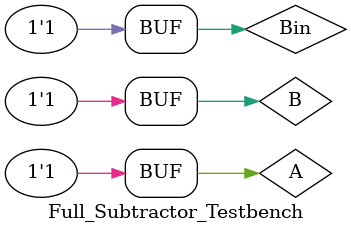
<source format=v>
`timescale 1ns / 1ps


module Full_Subtractor_Testbench;

	// Inputs
	reg A;
	reg B;
	reg Bin;

	// Outputs
	wire D;
	wire Bout;

	// Instantiate the Unit Under Test (UUT)
	Full_Subtractor uut (
		.A(A), 
		.B(B), 
		.Bin(Bin), 
		.D(D), 
		.Bout(Bout)
	);

	initial begin
		// Initialize Inputs
		A = 0;
		B = 0;
		Bin = 0;

		// Wait 100 ns for global reset to finish
		//#100;
        
		// Add stimulus here
		A=0; B=0; Bin=0; #10
		A=0; B=0; Bin=1; #10
		A=0; B=1; Bin=0; #10
		A=0; B=1; Bin=1; #10
		A=1; B=0; Bin=0; #10
		A=1; B=0; Bin=1; #10
		A=1; B=1; Bin=0; #10
		A=1; B=1; Bin=1; 

	end
      
endmodule


</source>
